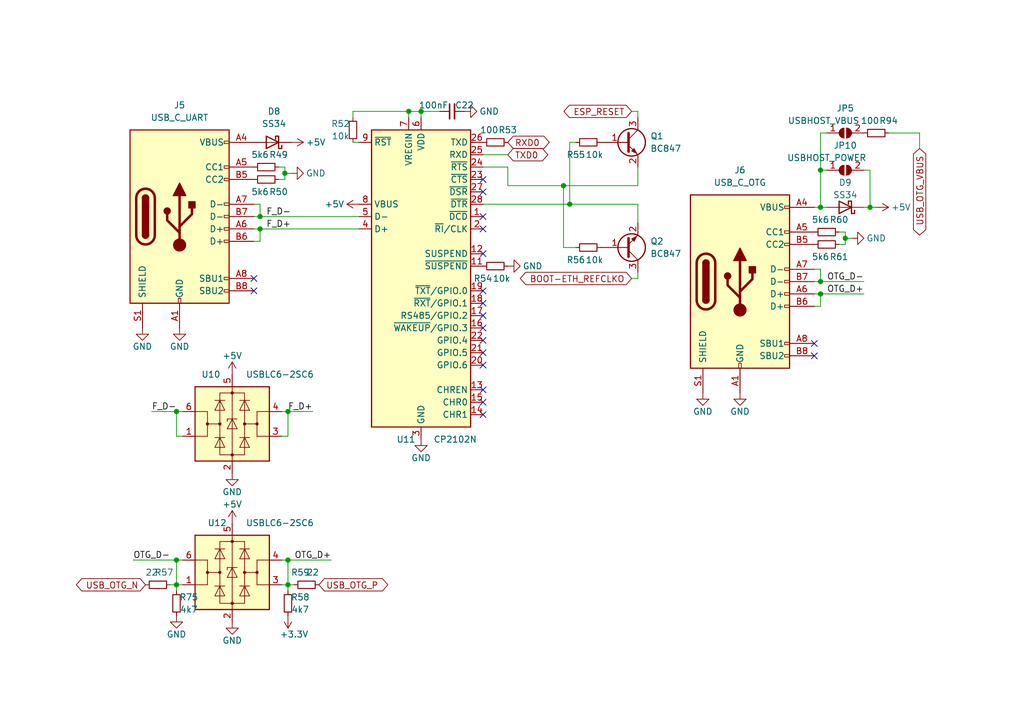
<source format=kicad_sch>
(kicad_sch (version 20211123) (generator eeschema)
  (paper "A5")
  (lib_symbols
    (symbol "Connector:USB_C_Receptacle_USB2.0" (pin_names (offset 1.016))
      (property "Reference" "J" (at -10.16 19.05 0))
      (property "Value" "USB_C_Receptacle_USB2.0" (at 19.05 19.05 0))
      (symbol "USB_C_Receptacle_USB2.0_0_0"
        (rectangle (start -0.254 -17.78) (end 0.254 -16.764))
        (rectangle (start 10.16 -14.986) (end 9.144 -15.494))
        (rectangle (start 10.16 -12.446) (end 9.144 -12.954))
        (rectangle (start 10.16 -4.826) (end 9.144 -5.334))
        (rectangle (start 10.16 -2.286) (end 9.144 -2.794))
        (rectangle (start 10.16 0.254) (end 9.144 -0.254))
        (rectangle (start 10.16 2.794) (end 9.144 2.286))
        (rectangle (start 10.16 7.874) (end 9.144 7.366))
        (rectangle (start 10.16 10.414) (end 9.144 9.906))
        (rectangle (start 10.16 15.494) (end 9.144 14.986))
      )
      (symbol "USB_C_Receptacle_USB2.0_0_1"
        (rectangle (start -10.16 17.78) (end 10.16 -17.78) (stroke (width 0.254)) (fill (type background)))
        (arc (start -8.89 -3.81) (mid -6.985 -5.715) (end -5.08 -3.81) (stroke (width 0.508)))
        (arc (start -7.62 -3.81) (mid -6.985 -4.445) (end -6.35 -3.81) (stroke (width 0.254)))
        (arc (start -7.62 -3.81) (mid -6.985 -4.445) (end -6.35 -3.81) (stroke (width 0.254)) (fill (type outline)))
        (rectangle (start -7.62 -3.81) (end -6.35 3.81) (stroke (width 0.254)) (fill (type outline)))
        (arc (start -6.35 3.81) (mid -6.985 4.445) (end -7.62 3.81) (stroke (width 0.254)))
        (arc (start -6.35 3.81) (mid -6.985 4.445) (end -7.62 3.81) (stroke (width 0.254)) (fill (type outline)))
        (arc (start -5.08 3.81) (mid -6.985 5.715) (end -8.89 3.81) (stroke (width 0.508)))
        (circle (center -2.54 1.143) (radius 0.635) (stroke (width 0.254)) (fill (type outline)))
        (circle (center 0 -5.842) (radius 1.27) (fill (type outline)))
        (polyline (pts (xy -8.89 -3.81) (xy -8.89 3.81)) (stroke (width 0.508)))
        (polyline (pts (xy -5.08 3.81) (xy -5.08 -3.81)) (stroke (width 0.508)))
        (polyline (pts (xy 0 -5.842) (xy 0 4.318)) (stroke (width 0.508)))
        (polyline (pts (xy 0 -3.302) (xy -2.54 -0.762) (xy -2.54 0.508)) (stroke (width 0.508)))
        (polyline (pts (xy 0 -2.032) (xy 2.54 0.508) (xy 2.54 1.778)) (stroke (width 0.508)))
        (polyline (pts (xy -1.27 4.318) (xy 0 6.858) (xy 1.27 4.318) (xy -1.27 4.318)) (stroke (width 0.254)) (fill (type outline)))
        (rectangle (start 1.905 1.778) (end 3.175 3.048) (stroke (width 0.254)) (fill (type outline)))
      )
      (symbol "USB_C_Receptacle_USB2.0_1_1"
        (pin passive line (at 0 -22.86 90) (length 5.08) (name "GND") (number "A1"))
        (pin passive line (at 0 -22.86 90) (length 5.08) hide (name "GND") (number "A12"))
        (pin passive line (at 15.24 15.24 180) (length 5.08) (name "VBUS") (number "A4"))
        (pin bidirectional line (at 15.24 10.16 180) (length 5.08) (name "CC1") (number "A5"))
        (pin bidirectional line (at 15.24 -2.54 180) (length 5.08) (name "D+") (number "A6"))
        (pin bidirectional line (at 15.24 2.54 180) (length 5.08) (name "D-") (number "A7"))
        (pin bidirectional line (at 15.24 -12.7 180) (length 5.08) (name "SBU1") (number "A8"))
        (pin passive line (at 15.24 15.24 180) (length 5.08) hide (name "VBUS") (number "A9"))
        (pin passive line (at 0 -22.86 90) (length 5.08) hide (name "GND") (number "B1"))
        (pin passive line (at 0 -22.86 90) (length 5.08) hide (name "GND") (number "B12"))
        (pin passive line (at 15.24 15.24 180) (length 5.08) hide (name "VBUS") (number "B4"))
        (pin bidirectional line (at 15.24 7.62 180) (length 5.08) (name "CC2") (number "B5"))
        (pin bidirectional line (at 15.24 -5.08 180) (length 5.08) (name "D+") (number "B6"))
        (pin bidirectional line (at 15.24 0 180) (length 5.08) (name "D-") (number "B7"))
        (pin bidirectional line (at 15.24 -15.24 180) (length 5.08) (name "SBU2") (number "B8"))
        (pin passive line (at 15.24 15.24 180) (length 5.08) hide (name "VBUS") (number "B9"))
        (pin passive line (at -7.62 -22.86 90) (length 5.08) (name "SHIELD") (number "S1"))
      )
    )
    (symbol "Device:C_Small" (pin_numbers hide) (pin_names (offset 0.254) hide)
      (property "Reference" "C" (at 0.254 1.778 0))
      (property "Value" "C_Small" (at 0.254 -2.032 0))
      (symbol "C_Small_0_1"
        (polyline (pts (xy -1.524 -0.508) (xy 1.524 -0.508)) (stroke (width 0.3302)))
        (polyline (pts (xy -1.524 0.508) (xy 1.524 0.508)) (stroke (width 0.3048)))
      )
      (symbol "C_Small_1_1"
        (pin passive line (at 0 2.54 270) (length 2.032) (name "~") (number "1"))
        (pin passive line (at 0 -2.54 90) (length 2.032) (name "~") (number "2"))
      )
    )
    (symbol "Device:R_Small" (pin_numbers hide) (pin_names (offset 0.254) hide)
      (property "Reference" "R" (at 0.762 0.508 0))
      (property "Value" "R_Small" (at 0.762 -1.016 0))
      (symbol "R_Small_0_1"
        (rectangle (start -0.762 1.778) (end 0.762 -1.778) (stroke (width 0.2032)))
      )
      (symbol "R_Small_1_1"
        (pin passive line (at 0 2.54 270) (length 0.762) (name "~") (number "1"))
        (pin passive line (at 0 -2.54 90) (length 0.762) (name "~") (number "2"))
      )
    )
    (symbol "Diode:CDBA340-HF" (pin_numbers hide) (pin_names hide)
      (property "Reference" "D" (at 0 2.54 0))
      (property "Value" "CDBA340-HF" (at 0 -2.54 0))
      (symbol "CDBA340-HF_0_1"
        (polyline (pts (xy 1.27 0) (xy -1.27 0)))
        (polyline (pts (xy 1.27 1.27) (xy 1.27 -1.27) (xy -1.27 0) (xy 1.27 1.27)) (stroke (width 0.254)))
        (polyline (pts (xy -1.905 0.635) (xy -1.905 1.27) (xy -1.27 1.27) (xy -1.27 -1.27) (xy -0.635 -1.27) (xy -0.635 -0.635)) (stroke (width 0.254)))
      )
      (symbol "CDBA340-HF_1_1"
        (pin passive line (at -3.81 0 0) (length 2.54) (name "K") (number "1"))
        (pin passive line (at 3.81 0 180) (length 2.54) (name "A") (number "2"))
      )
    )
    (symbol "Interface_USB:CP2102N-Axx-xQFN28"
      (property "Reference" "U" (at -8.89 31.75 0))
      (property "Value" "CP2102N-Axx-xQFN28" (at 12.7 31.75 0))
      (symbol "CP2102N-Axx-xQFN28_0_1"
        (rectangle (start -10.16 30.48) (end 10.16 -30.48) (stroke (width 0.254)) (fill (type background)))
      )
      (symbol "CP2102N-Axx-xQFN28_1_1"
        (pin input line (at 12.7 12.7 180) (length 2.54) (name "~{DCD}") (number "1"))
        (pin no_connect line (at -10.16 -27.94 0) (length 2.54) hide (name "NC") (number "10"))
        (pin output line (at 12.7 2.54 180) (length 2.54) (name "~{SUSPEND}") (number "11"))
        (pin output line (at 12.7 5.08 180) (length 2.54) (name "SUSPEND") (number "12"))
        (pin output line (at 12.7 -22.86 180) (length 2.54) (name "CHREN") (number "13"))
        (pin output line (at 12.7 -27.94 180) (length 2.54) (name "CHR1") (number "14"))
        (pin output line (at 12.7 -25.4 180) (length 2.54) (name "CHR0") (number "15"))
        (pin bidirectional line (at 12.7 -10.16 180) (length 2.54) (name "~{WAKEUP}/GPIO.3") (number "16"))
        (pin bidirectional line (at 12.7 -7.62 180) (length 2.54) (name "RS485/GPIO.2") (number "17"))
        (pin bidirectional line (at 12.7 -5.08 180) (length 2.54) (name "~{RXT}/GPIO.1") (number "18"))
        (pin bidirectional line (at 12.7 -2.54 180) (length 2.54) (name "~{TXT}/GPIO.0") (number "19"))
        (pin bidirectional line (at 12.7 10.16 180) (length 2.54) (name "~{RI}/CLK") (number "2"))
        (pin bidirectional line (at 12.7 -17.78 180) (length 2.54) (name "GPIO.6") (number "20"))
        (pin bidirectional line (at 12.7 -15.24 180) (length 2.54) (name "GPIO.5") (number "21"))
        (pin bidirectional line (at 12.7 -12.7 180) (length 2.54) (name "GPIO.4") (number "22"))
        (pin input line (at 12.7 20.32 180) (length 2.54) (name "~{CTS}") (number "23"))
        (pin output line (at 12.7 22.86 180) (length 2.54) (name "~{RTS}") (number "24"))
        (pin input line (at 12.7 25.4 180) (length 2.54) (name "RXD") (number "25"))
        (pin output line (at 12.7 27.94 180) (length 2.54) (name "TXD") (number "26"))
        (pin input line (at 12.7 17.78 180) (length 2.54) (name "~{DSR}") (number "27"))
        (pin output line (at 12.7 15.24 180) (length 2.54) (name "~{DTR}") (number "28"))
        (pin passive line (at 0 -33.02 90) (length 2.54) hide (name "GND") (number "29"))
        (pin power_in line (at 0 -33.02 90) (length 2.54) (name "GND") (number "3"))
        (pin bidirectional line (at -12.7 10.16 0) (length 2.54) (name "D+") (number "4"))
        (pin bidirectional line (at -12.7 12.7 0) (length 2.54) (name "D-") (number "5"))
        (pin power_in line (at 0 33.02 270) (length 2.54) (name "VDD") (number "6"))
        (pin power_in line (at -2.54 33.02 270) (length 2.54) (name "VREGIN") (number "7"))
        (pin input line (at -12.7 15.24 0) (length 2.54) (name "VBUS") (number "8"))
        (pin input line (at -12.7 27.94 0) (length 2.54) (name "~{RST}") (number "9"))
      )
    )
    (symbol "Jumper:SolderJumper_2_Open" (pin_names (offset 0) hide)
      (property "Reference" "JP" (at 0 2.032 0))
      (property "Value" "SolderJumper_2_Open" (at 0 -2.54 0))
      (symbol "SolderJumper_2_Open_0_1"
        (arc (start -0.254 1.016) (mid -1.27 0) (end -0.254 -1.016))
        (arc (start -0.254 1.016) (mid -1.27 0) (end -0.254 -1.016) (fill (type outline)))
        (polyline (pts (xy -0.254 1.016) (xy -0.254 -1.016)))
        (polyline (pts (xy 0.254 1.016) (xy 0.254 -1.016)))
        (arc (start 0.254 -1.016) (mid 1.27 0) (end 0.254 1.016))
        (arc (start 0.254 -1.016) (mid 1.27 0) (end 0.254 1.016) (fill (type outline)))
      )
      (symbol "SolderJumper_2_Open_1_1"
        (pin passive line (at -3.81 0 0) (length 2.54) (name "A") (number "1"))
        (pin passive line (at 3.81 0 180) (length 2.54) (name "B") (number "2"))
      )
    )
    (symbol "Power_Protection:USBLC6-2SC6" (pin_names hide)
      (property "Reference" "U" (at 2.54 8.89 0))
      (property "Value" "USBLC6-2SC6" (at 2.54 -8.89 0))
      (symbol "USBLC6-2SC6_0_1"
        (rectangle (start -7.62 -7.62) (end 7.62 7.62) (stroke (width 0.254)) (fill (type background)))
        (circle (center -5.08 0) (radius 0.254) (fill (type outline)))
        (circle (center -2.54 0) (radius 0.254) (fill (type outline)))
        (rectangle (start -2.54 6.35) (end 2.54 -6.35))
        (circle (center 0 -6.35) (radius 0.254) (fill (type outline)))
        (polyline (pts (xy -5.08 -2.54) (xy -7.62 -2.54)))
        (polyline (pts (xy -5.08 0) (xy -5.08 -2.54)))
        (polyline (pts (xy -5.08 2.54) (xy -7.62 2.54)))
        (polyline (pts (xy -1.524 -2.794) (xy -3.556 -2.794)))
        (polyline (pts (xy -1.524 4.826) (xy -3.556 4.826)))
        (polyline (pts (xy 0 -7.62) (xy 0 -6.35)))
        (polyline (pts (xy 0 -6.35) (xy 0 1.27)))
        (polyline (pts (xy 0 1.27) (xy 0 6.35)))
        (polyline (pts (xy 0 6.35) (xy 0 7.62)))
        (polyline (pts (xy 1.524 -2.794) (xy 3.556 -2.794)))
        (polyline (pts (xy 1.524 4.826) (xy 3.556 4.826)))
        (polyline (pts (xy 5.08 -2.54) (xy 7.62 -2.54)))
        (polyline (pts (xy 5.08 0) (xy 5.08 -2.54)))
        (polyline (pts (xy 5.08 2.54) (xy 7.62 2.54)))
        (polyline (pts (xy -2.54 0) (xy -5.08 0) (xy -5.08 2.54)))
        (polyline (pts (xy 2.54 0) (xy 5.08 0) (xy 5.08 2.54)))
        (polyline (pts (xy -3.556 -4.826) (xy -1.524 -4.826) (xy -2.54 -2.794) (xy -3.556 -4.826)))
        (polyline (pts (xy -3.556 2.794) (xy -1.524 2.794) (xy -2.54 4.826) (xy -3.556 2.794)))
        (polyline (pts (xy -1.016 -1.016) (xy 1.016 -1.016) (xy 0 1.016) (xy -1.016 -1.016)))
        (polyline (pts (xy 1.016 1.016) (xy 0.762 1.016) (xy -1.016 1.016) (xy -1.016 0.508)))
        (polyline (pts (xy 3.556 -4.826) (xy 1.524 -4.826) (xy 2.54 -2.794) (xy 3.556 -4.826)))
        (polyline (pts (xy 3.556 2.794) (xy 1.524 2.794) (xy 2.54 4.826) (xy 3.556 2.794)))
        (circle (center 0 6.35) (radius 0.254) (fill (type outline)))
        (circle (center 2.54 0) (radius 0.254) (fill (type outline)))
        (circle (center 5.08 0) (radius 0.254) (fill (type outline)))
      )
      (symbol "USBLC6-2SC6_1_1"
        (pin passive line (at -10.16 -2.54 0) (length 2.54) (name "I/O1") (number "1"))
        (pin passive line (at 0 -10.16 90) (length 2.54) (name "GND") (number "2"))
        (pin passive line (at 10.16 -2.54 180) (length 2.54) (name "I/O2") (number "3"))
        (pin passive line (at 10.16 2.54 180) (length 2.54) (name "I/O2") (number "4"))
        (pin passive line (at 0 10.16 270) (length 2.54) (name "VBUS") (number "5"))
        (pin passive line (at -10.16 2.54 0) (length 2.54) (name "I/O1") (number "6"))
      )
    )
    (symbol "Transistor_BJT:BC847" (pin_names (offset 0) hide)
      (property "Reference" "Q" (at 5.08 1.905 0))
      (property "Value" "BC847" (at 5.08 0 0))
      (symbol "BC847_0_1"
        (polyline (pts (xy 0.635 0.635) (xy 2.54 2.54)))
        (polyline (pts (xy 0.635 -0.635) (xy 2.54 -2.54) (xy 2.54 -2.54)))
        (polyline (pts (xy 0.635 1.905) (xy 0.635 -1.905) (xy 0.635 -1.905)) (stroke (width 0.508)))
        (polyline (pts (xy 1.27 -1.778) (xy 1.778 -1.27) (xy 2.286 -2.286) (xy 1.27 -1.778) (xy 1.27 -1.778)) (fill (type outline)))
        (circle (center 1.27 0) (radius 2.8194) (stroke (width 0.254)))
      )
      (symbol "BC847_1_1"
        (pin input line (at -5.08 0 0) (length 5.715) (name "B") (number "1"))
        (pin passive line (at 2.54 -5.08 90) (length 2.54) (name "E") (number "2"))
        (pin passive line (at 2.54 5.08 270) (length 2.54) (name "C") (number "3"))
      )
    )
    (symbol "power:+3.3V" (power) (pin_names (offset 0))
      (property "Value" "+3.3V" (at 0 3.556 0))
      (symbol "+3.3V_0_1"
        (polyline (pts (xy -0.762 1.27) (xy 0 2.54)))
        (polyline (pts (xy 0 0) (xy 0 2.54)))
        (polyline (pts (xy 0 2.54) (xy 0.762 1.27)))
      )
      (symbol "+3.3V_1_1"
        (pin power_in line (at 0 0 90) (length 0) hide (name "+3.3V") (number "1"))
      )
    )
    (symbol "power:+5V" (power) (pin_names (offset 0))
      (property "Value" "+5V" (at 0 3.556 0))
      (symbol "+5V_0_1"
        (polyline (pts (xy -0.762 1.27) (xy 0 2.54)))
        (polyline (pts (xy 0 0) (xy 0 2.54)))
        (polyline (pts (xy 0 2.54) (xy 0.762 1.27)))
      )
      (symbol "+5V_1_1"
        (pin power_in line (at 0 0 90) (length 0) hide (name "+5V") (number "1"))
      )
    )
    (symbol "power:GND" (power) (pin_names (offset 0))
      (property "Value" "GND" (at 0 -3.81 0))
      (symbol "GND_0_1"
        (polyline (pts (xy 0 0) (xy 0 -1.27) (xy 1.27 -1.27) (xy 0 -2.54) (xy -1.27 -1.27) (xy 0 -1.27)))
      )
      (symbol "GND_1_1"
        (pin power_in line (at 0 0 270) (length 0) hide (name "GND") (number "1"))
      )
    )
  )
  (junction (at 36.195 84.455))
  (junction (at 59.055 84.455))
  (junction (at 36.195 120.015))
  (junction (at 168.275 42.545))
  (junction (at 59.055 114.935))
  (junction (at 168.275 60.325))
  (junction (at 115.57 38.1))
  (junction (at 86.36 22.86))
  (junction (at 173.355 48.895))
  (junction (at 168.275 34.925))
  (junction (at 178.435 42.545))
  (junction (at 83.82 22.86))
  (junction (at 53.34 46.99))
  (junction (at 59.055 120.015))
  (junction (at 116.84 41.91))
  (junction (at 58.42 35.56))
  (junction (at 168.275 57.785))
  (junction (at 53.34 44.45))
  (junction (at 36.195 114.935))
  (no_connect (at 99.06 39.37))
  (no_connect (at 99.06 59.69))
  (no_connect (at 99.06 64.77))
  (no_connect (at 99.06 36.83))
  (no_connect (at 99.06 67.31))
  (no_connect (at 99.06 46.99))
  (no_connect (at 52.07 59.69))
  (no_connect (at 167.005 70.485))
  (no_connect (at 99.06 69.85))
  (no_connect (at 99.06 82.55))
  (no_connect (at 99.06 80.01))
  (no_connect (at 99.06 62.23))
  (no_connect (at 99.06 72.39))
  (no_connect (at 52.07 57.15))
  (no_connect (at 99.06 44.45))
  (no_connect (at 167.005 73.025))
  (no_connect (at 99.06 52.07))
  (no_connect (at 99.06 85.09))
  (no_connect (at 99.06 74.93))
  (wire (pts (xy 58.42 36.83) (xy 57.15 36.83)))
  (wire (pts (xy 188.595 27.305) (xy 188.595 30.48)))
  (wire (pts (xy 59.055 120.015) (xy 60.325 120.015)))
  (wire (pts (xy 53.34 41.91) (xy 53.34 44.45)))
  (wire (pts (xy 116.84 29.21) (xy 118.11 29.21)))
  (wire (pts (xy 130.81 41.91) (xy 116.84 41.91)))
  (wire (pts (xy 182.245 27.305) (xy 188.595 27.305)))
  (wire (pts (xy 179.705 42.545) (xy 178.435 42.545)))
  (wire (pts (xy 59.055 84.455) (xy 64.135 84.455)))
  (wire (pts (xy 167.005 55.245) (xy 168.275 55.245)))
  (wire (pts (xy 72.39 29.21) (xy 73.66 29.21)))
  (wire (pts (xy 72.39 22.86) (xy 83.82 22.86)))
  (wire (pts (xy 59.055 89.535) (xy 59.055 84.455)))
  (wire (pts (xy 99.06 34.29) (xy 104.14 34.29)))
  (wire (pts (xy 52.07 41.91) (xy 53.34 41.91)))
  (wire (pts (xy 53.34 44.45) (xy 73.66 44.45)))
  (wire (pts (xy 36.195 114.935) (xy 27.305 114.935)))
  (wire (pts (xy 172.085 47.625) (xy 173.355 47.625)))
  (wire (pts (xy 36.195 114.935) (xy 36.195 120.015)))
  (wire (pts (xy 169.545 42.545) (xy 168.275 42.545)))
  (wire (pts (xy 177.165 34.925) (xy 178.435 34.925)))
  (wire (pts (xy 37.465 114.935) (xy 36.195 114.935)))
  (wire (pts (xy 37.465 89.535) (xy 36.195 89.535)))
  (wire (pts (xy 104.14 34.29) (xy 104.14 38.1)))
  (wire (pts (xy 168.275 34.925) (xy 168.275 42.545)))
  (wire (pts (xy 86.36 22.86) (xy 86.36 24.13)))
  (wire (pts (xy 99.06 41.91) (xy 116.84 41.91)))
  (wire (pts (xy 168.275 27.305) (xy 168.275 34.925)))
  (wire (pts (xy 53.34 46.99) (xy 73.66 46.99)))
  (wire (pts (xy 59.055 121.285) (xy 59.055 120.015)))
  (wire (pts (xy 86.36 22.86) (xy 90.17 22.86)))
  (wire (pts (xy 116.84 41.91) (xy 116.84 29.21)))
  (wire (pts (xy 52.07 44.45) (xy 53.34 44.45)))
  (wire (pts (xy 130.81 45.72) (xy 130.81 41.91)))
  (wire (pts (xy 130.81 34.29) (xy 130.81 38.1)))
  (wire (pts (xy 57.785 114.935) (xy 59.055 114.935)))
  (wire (pts (xy 169.545 27.305) (xy 168.275 27.305)))
  (wire (pts (xy 130.81 22.86) (xy 130.81 24.13)))
  (wire (pts (xy 168.275 60.325) (xy 177.165 60.325)))
  (wire (pts (xy 130.81 57.15) (xy 129.54 57.15)))
  (wire (pts (xy 59.055 114.935) (xy 59.055 120.015)))
  (wire (pts (xy 53.34 49.53) (xy 53.34 46.99)))
  (wire (pts (xy 58.42 35.56) (xy 59.69 35.56)))
  (wire (pts (xy 130.81 38.1) (xy 115.57 38.1)))
  (wire (pts (xy 59.055 84.455) (xy 57.785 84.455)))
  (wire (pts (xy 167.005 62.865) (xy 168.275 62.865)))
  (wire (pts (xy 36.195 84.455) (xy 37.465 84.455)))
  (wire (pts (xy 34.925 120.015) (xy 36.195 120.015)))
  (wire (pts (xy 104.14 38.1) (xy 115.57 38.1)))
  (wire (pts (xy 72.39 24.13) (xy 72.39 22.86)))
  (wire (pts (xy 36.195 120.015) (xy 36.195 121.285)))
  (wire (pts (xy 59.055 114.935) (xy 67.945 114.935)))
  (wire (pts (xy 129.54 22.86) (xy 130.81 22.86)))
  (wire (pts (xy 58.42 35.56) (xy 58.42 36.83)))
  (wire (pts (xy 104.14 31.75) (xy 99.06 31.75)))
  (wire (pts (xy 173.355 47.625) (xy 173.355 48.895)))
  (wire (pts (xy 168.275 55.245) (xy 168.275 57.785)))
  (wire (pts (xy 169.545 34.925) (xy 168.275 34.925)))
  (wire (pts (xy 167.005 57.785) (xy 168.275 57.785)))
  (wire (pts (xy 36.195 89.535) (xy 36.195 84.455)))
  (wire (pts (xy 167.005 60.325) (xy 168.275 60.325)))
  (wire (pts (xy 57.785 89.535) (xy 59.055 89.535)))
  (wire (pts (xy 173.355 48.895) (xy 173.355 50.165)))
  (wire (pts (xy 130.81 55.88) (xy 130.81 57.15)))
  (wire (pts (xy 52.07 46.99) (xy 53.34 46.99)))
  (wire (pts (xy 83.82 22.86) (xy 86.36 22.86)))
  (wire (pts (xy 83.82 24.13) (xy 83.82 22.86)))
  (wire (pts (xy 52.07 49.53) (xy 53.34 49.53)))
  (wire (pts (xy 168.275 57.785) (xy 177.165 57.785)))
  (wire (pts (xy 168.275 42.545) (xy 167.005 42.545)))
  (wire (pts (xy 115.57 38.1) (xy 115.57 50.8)))
  (wire (pts (xy 178.435 34.925) (xy 178.435 42.545)))
  (wire (pts (xy 115.57 50.8) (xy 118.11 50.8)))
  (wire (pts (xy 57.15 34.29) (xy 58.42 34.29)))
  (wire (pts (xy 173.355 50.165) (xy 172.085 50.165)))
  (wire (pts (xy 168.275 62.865) (xy 168.275 60.325)))
  (wire (pts (xy 36.195 120.015) (xy 37.465 120.015)))
  (wire (pts (xy 58.42 34.29) (xy 58.42 35.56)))
  (wire (pts (xy 57.785 120.015) (xy 59.055 120.015)))
  (wire (pts (xy 173.355 48.895) (xy 174.625 48.895)))
  (wire (pts (xy 178.435 42.545) (xy 177.165 42.545)))
  (wire (pts (xy 31.115 84.455) (xy 36.195 84.455)))
  (label "OTG_D-" (at 27.305 114.935 0))
  (label "F_D+" (at 64.135 84.455 180))
  (label "OTG_D-" (at 177.165 57.785 180))
  (label "OTG_D+" (at 177.165 60.325 180))
  (label "F_D-" (at 59.69 44.45 180))
  (label "F_D-" (at 31.115 84.455 0))
  (label "F_D+" (at 59.69 46.99 180))
  (label "OTG_D+" (at 67.945 114.935 180))
  (global_label "RXD0" (shape bidirectional) (at 104.14 29.21 0) (property "Intersheet References" "${INTERSHEET_REFS}" (effects hide)))
  (global_label "USB_OTG_N" (shape bidirectional) (at 29.845 120.015 180) (property "Intersheet References" "${INTERSHEET_REFS}" (effects hide)))
  (global_label "USB_OTG_VBUS" (shape bidirectional) (at 188.595 30.48 270) (property "Intersheet References" "${INTERSHEET_REFS}" (effects hide)))
  (global_label "BOOT-ETH_REFCLKO" (shape bidirectional) (at 129.54 57.15 180) (property "Intersheet References" "${INTERSHEET_REFS}" (effects hide)))
  (global_label "ESP_RESET" (shape bidirectional) (at 129.54 22.86 180) (property "Intersheet References" "${INTERSHEET_REFS}" (effects hide)))
  (global_label "TXD0" (shape bidirectional) (at 104.14 31.75 0) (property "Intersheet References" "${INTERSHEET_REFS}" (effects hide)))
  (global_label "USB_OTG_P" (shape bidirectional) (at 65.405 120.015 0) (property "Intersheet References" "${INTERSHEET_REFS}" (effects hide)))
  (symbol (lib_id "Device:R_Small") (at 32.385 120.015 270) (mirror x) (unit 1)
    (property "Reference" "R57" (at 33.655 117.475 90))
    (property "Value" "22" (at 31.115 117.475 90))
    (property "Footprint" "Resistor_SMD:R_0603_1608Metric" (effects hide))
  )
  (symbol (lib_id "Device:R_Small") (at 72.39 26.67 0) (unit 1)
    (property "Reference" "R52" (at 69.85 25.4 0))
    (property "Value" "10k" (at 69.85 27.94 0))
    (property "Footprint" "Resistor_SMD:R_0603_1608Metric" (effects hide))
  )
  (symbol (lib_id "Device:R_Small") (at 169.545 47.625 270) (unit 1)
    (property "Reference" "R60" (at 172.085 45.085 90))
    (property "Value" "5k6" (at 168.275 45.085 90))
    (property "Footprint" "Resistor_SMD:R_0603_1608Metric" (effects hide))
  )
  (symbol (lib_id "power:GND") (at 47.625 97.155 0) (mirror y) (unit 1)
    (property "Reference" "#PWR087" (effects hide))
    (property "Value" "GND" (at 47.625 100.965 0))
  )
  (symbol (lib_id "Device:R_Small") (at 101.6 29.21 270) (unit 1)
    (property "Reference" "R53" (at 104.14 26.67 90))
    (property "Value" "100" (at 100.33 26.67 90))
    (property "Footprint" "Resistor_SMD:R_0603_1608Metric" (effects hide))
  )
  (symbol (lib_id "Jumper:SolderJumper_2_Open") (at 173.355 27.305 0) (unit 1)
    (property "Reference" "JP5" (at 173.355 22.225 0))
    (property "Value" "USBHOST_VBUS" (at 168.91 24.765 0))
    (property "Footprint" "Jumper:SolderJumper-2_P1.3mm_Open_RoundedPad1.0x1.5mm" (effects hide))
  )
  (symbol (lib_id "Device:R_Small") (at 54.61 34.29 270) (unit 1)
    (property "Reference" "R49" (at 57.15 31.75 90))
    (property "Value" "5k6" (at 53.34 31.75 90))
    (property "Footprint" "Resistor_SMD:R_0603_1608Metric" (effects hide))
  )
  (symbol (lib_id "power:+5V") (at 47.625 76.835 0) (unit 1)
    (property "Reference" "#PWR086" (effects hide))
    (property "Value" "+5V" (at 47.625 73.025 0))
  )
  (symbol (lib_id "Device:R_Small") (at 36.195 123.825 0) (mirror x) (unit 1)
    (property "Reference" "R75" (at 38.735 122.555 0))
    (property "Value" "4k7" (at 38.735 125.095 0))
    (property "Footprint" "Resistor_SMD:R_0603_1608Metric" (effects hide))
  )
  (symbol (lib_id "power:+5V") (at 59.69 29.21 270) (unit 1)
    (property "Reference" "#PWR088" (effects hide))
    (property "Value" "+5V" (at 64.77 29.21 90))
  )
  (symbol (lib_id "Jumper:SolderJumper_2_Open") (at 173.355 34.925 0) (unit 1)
    (property "Reference" "JP10" (at 173.355 29.845 0))
    (property "Value" "USBHOST_POWER" (at 169.545 32.385 0))
    (property "Footprint" "Jumper:SolderJumper-2_P1.3mm_Open_RoundedPad1.0x1.5mm" (effects hide))
  )
  (symbol (lib_id "Transistor_BJT:BC847") (at 128.27 50.8 0) (mirror x) (unit 1)
    (property "Reference" "Q2" (at 133.35 49.5299 0) (effects (justify left)))
    (property "Value" "BC847" (at 133.35 52.0699 0) (effects (justify left)))
    (property "Footprint" "Package_TO_SOT_SMD:SOT-23" (effects hide))
    (property "Datasheet" "http://www.infineon.com/dgdl/Infineon-BC847SERIES_BC848SERIES_BC849SERIES_BC850SERIES-DS-v01_01-en.pdf?fileId=db3a304314dca389011541d4630a1657" (effects hide))
  )
  (symbol (lib_id "Device:R_Small") (at 54.61 36.83 270) (mirror x) (unit 1)
    (property "Reference" "R50" (at 57.15 39.37 90))
    (property "Value" "5k6" (at 53.34 39.37 90))
    (property "Footprint" "Resistor_SMD:R_0603_1608Metric" (effects hide))
  )
  (symbol (lib_id "Connector:USB_C_Receptacle_USB2.0") (at 151.765 57.785 0) (unit 1)
    (property "Reference" "J6" (at 151.765 34.925 0))
    (property "Value" "USB_C_OTG" (at 151.765 37.465 0))
    (property "Footprint" "Connector_USB:USB_C_Receptacle_HRO_TYPE-C-31-M-12" (effects hide))
    (property "Datasheet" "https://www.usb.org/sites/default/files/documents/usb_type-c.zip" (effects hide))
  )
  (symbol (lib_id "power:GND") (at 104.14 54.61 90) (mirror x) (unit 1)
    (property "Reference" "#PWR093" (effects hide))
    (property "Value" "GND" (at 109.22 54.61 90))
  )
  (symbol (lib_id "power:GND") (at 36.83 67.31 0) (mirror y) (unit 1)
    (property "Reference" "#PWR085" (effects hide))
    (property "Value" "GND" (at 36.83 71.12 0))
  )
  (symbol (lib_id "Device:C_Small") (at 92.71 22.86 90) (unit 1)
    (property "Reference" "C22" (at 95.25 21.59 90))
    (property "Value" "100nF" (at 88.9 21.59 90))
    (property "Footprint" "Capacitor_SMD:C_0603_1608Metric" (effects hide))
  )
  (symbol (lib_id "power:GND") (at 144.145 80.645 0) (mirror y) (unit 1)
    (property "Reference" "#PWR094" (effects hide))
    (property "Value" "GND" (at 144.145 84.455 0))
  )
  (symbol (lib_id "Device:R_Small") (at 179.705 27.305 270) (unit 1)
    (property "Reference" "R94" (at 182.245 24.765 90))
    (property "Value" "100" (at 178.435 24.765 90))
    (property "Footprint" "Resistor_SMD:R_0603_1608Metric" (effects hide))
  )
  (symbol (lib_id "Device:R_Small") (at 101.6 54.61 90) (unit 1)
    (property "Reference" "R54" (at 99.06 57.15 90))
    (property "Value" "10k" (at 102.87 57.15 90))
    (property "Footprint" "Resistor_SMD:R_0603_1608Metric" (effects hide))
  )
  (symbol (lib_id "power:+3.3V") (at 59.055 126.365 0) (mirror x) (unit 1)
    (property "Reference" "#PWR098" (effects hide))
    (property "Value" "+3.3V" (at 60.325 130.175 0))
  )
  (symbol (lib_id "Connector:USB_C_Receptacle_USB2.0") (at 36.83 44.45 0) (unit 1)
    (property "Reference" "J5" (at 36.83 21.59 0))
    (property "Value" "USB_C_UART" (at 36.83 24.13 0))
    (property "Footprint" "Connector_USB:USB_C_Receptacle_HRO_TYPE-C-31-M-12" (effects hide))
    (property "Datasheet" "https://www.usb.org/sites/default/files/documents/usb_type-c.zip" (effects hide))
  )
  (symbol (lib_id "power:GND") (at 151.765 80.645 0) (mirror y) (unit 1)
    (property "Reference" "#PWR095" (effects hide))
    (property "Value" "GND" (at 151.765 84.455 0))
  )
  (symbol (lib_id "power:GND") (at 36.195 126.365 0) (mirror y) (unit 1)
    (property "Reference" "#PWR0144" (effects hide))
    (property "Value" "GND" (at 36.195 130.175 0))
  )
  (symbol (lib_id "Diode:CDBA340-HF") (at 173.355 42.545 180) (unit 1)
    (property "Reference" "D9" (at 173.355 37.465 0))
    (property "Value" "SS34" (at 173.355 40.005 0))
    (property "Footprint" "Diode_SMD:D_SMA" (effects hide))
    (property "Datasheet" "https://www.comchiptech.com/admin/files/product/CDBA340-HF%20Thru193640.%20CDBA3100-HF%20RevB.pdf" (effects hide))
  )
  (symbol (lib_id "Power_Protection:USBLC6-2SC6") (at 47.625 117.475 0) (unit 1)
    (property "Reference" "U12" (at 42.545 107.315 0) (effects (justify left)))
    (property "Value" "USBLC6-2SC6" (at 50.3937 107.315 0) (effects (justify left)))
    (property "Footprint" "Package_TO_SOT_SMD:SOT-23-6" (effects hide))
    (property "Datasheet" "https://www.st.com/resource/en/datasheet/usblc6-2.pdf" (effects hide))
  )
  (symbol (lib_id "power:GND") (at 86.36 90.17 0) (mirror y) (unit 1)
    (property "Reference" "#PWR091" (effects hide))
    (property "Value" "GND" (at 86.36 93.98 0))
  )
  (symbol (lib_id "power:+5V") (at 47.625 107.315 0) (unit 1)
    (property "Reference" "#PWR096" (effects hide))
    (property "Value" "+5V" (at 47.625 103.505 0))
  )
  (symbol (lib_id "power:+5V") (at 179.705 42.545 270) (unit 1)
    (property "Reference" "#PWR0100" (effects hide))
    (property "Value" "+5V" (at 184.785 42.545 90))
  )
  (symbol (lib_id "Device:R_Small") (at 169.545 50.165 270) (mirror x) (unit 1)
    (property "Reference" "R61" (at 172.085 52.705 90))
    (property "Value" "5k6" (at 168.275 52.705 90))
    (property "Footprint" "Resistor_SMD:R_0603_1608Metric" (effects hide))
  )
  (symbol (lib_id "Device:R_Small") (at 120.65 29.21 90) (unit 1)
    (property "Reference" "R55" (at 118.11 31.75 90))
    (property "Value" "10k" (at 121.92 31.75 90))
    (property "Footprint" "Resistor_SMD:R_0603_1608Metric" (effects hide))
  )
  (symbol (lib_id "Device:R_Small") (at 120.65 50.8 90) (unit 1)
    (property "Reference" "R56" (at 118.11 53.34 90))
    (property "Value" "10k" (at 121.92 53.34 90))
    (property "Footprint" "Resistor_SMD:R_0603_1608Metric" (effects hide))
  )
  (symbol (lib_id "power:GND") (at 95.25 22.86 90) (mirror x) (unit 1)
    (property "Reference" "#PWR092" (effects hide))
    (property "Value" "GND" (at 100.33 22.86 90))
  )
  (symbol (lib_id "Device:R_Small") (at 62.865 120.015 90) (unit 1)
    (property "Reference" "R59" (at 61.595 117.475 90))
    (property "Value" "22" (at 64.135 117.475 90))
    (property "Footprint" "Resistor_SMD:R_0603_1608Metric" (effects hide))
  )
  (symbol (lib_id "power:GND") (at 174.625 48.895 90) (mirror x) (unit 1)
    (property "Reference" "#PWR099" (effects hide))
    (property "Value" "GND" (at 179.705 48.895 90))
  )
  (symbol (lib_id "Device:R_Small") (at 59.055 123.825 0) (mirror x) (unit 1)
    (property "Reference" "R58" (at 61.595 122.555 0))
    (property "Value" "4k7" (at 61.595 125.095 0))
    (property "Footprint" "Resistor_SMD:R_0603_1608Metric" (effects hide))
  )
  (symbol (lib_id "power:GND") (at 47.625 127.635 0) (mirror y) (unit 1)
    (property "Reference" "#PWR097" (effects hide))
    (property "Value" "GND" (at 47.625 131.445 0))
  )
  (symbol (lib_id "Interface_USB:CP2102N-Axx-xQFN28") (at 86.36 57.15 0) (unit 1)
    (property "Reference" "U11" (at 81.28 90.17 0) (effects (justify left)))
    (property "Value" "CP2102N" (at 88.9 90.17 0) (effects (justify left)))
    (property "Footprint" "Package_DFN_QFN:QFN-28-1EP_5x5mm_P0.5mm_EP3.35x3.35mm" (effects hide))
    (property "Datasheet" "https://www.silabs.com/documents/public/data-sheets/cp2102n-datasheet.pdf" (effects hide))
  )
  (symbol (lib_id "Power_Protection:USBLC6-2SC6") (at 47.625 86.995 0) (unit 1)
    (property "Reference" "U10" (at 41.275 76.835 0) (effects (justify left)))
    (property "Value" "USBLC6-2SC6" (at 50.3937 76.835 0) (effects (justify left)))
    (property "Footprint" "Package_TO_SOT_SMD:SOT-23-6" (effects hide))
    (property "Datasheet" "https://www.st.com/resource/en/datasheet/usblc6-2.pdf" (effects hide))
  )
  (symbol (lib_id "Diode:CDBA340-HF") (at 55.88 29.21 180) (unit 1)
    (property "Reference" "D8" (at 56.1975 22.86 0))
    (property "Value" "SS34" (at 56.1975 25.4 0))
    (property "Footprint" "Diode_SMD:D_SMA" (effects hide))
    (property "Datasheet" "https://www.comchiptech.com/admin/files/product/CDBA340-HF%20Thru193640.%20CDBA3100-HF%20RevB.pdf" (effects hide))
  )
  (symbol (lib_id "Transistor_BJT:BC847") (at 128.27 29.21 0) (unit 1)
    (property "Reference" "Q1" (at 133.35 27.9399 0) (effects (justify left)))
    (property "Value" "BC847" (at 133.35 30.4799 0) (effects (justify left)))
    (property "Footprint" "Package_TO_SOT_SMD:SOT-23" (effects hide))
    (property "Datasheet" "http://www.infineon.com/dgdl/Infineon-BC847SERIES_BC848SERIES_BC849SERIES_BC850SERIES-DS-v01_01-en.pdf?fileId=db3a304314dca389011541d4630a1657" (effects hide))
  )
  (symbol (lib_id "power:GND") (at 59.69 35.56 90) (mirror x) (unit 1)
    (property "Reference" "#PWR089" (effects hide))
    (property "Value" "GND" (at 64.77 35.56 90))
  )
  (symbol (lib_id "power:+5V") (at 73.66 41.91 90) (unit 1)
    (property "Reference" "#PWR090" (effects hide))
    (property "Value" "+5V" (at 68.58 41.91 90))
  )
  (symbol (lib_id "power:GND") (at 29.21 67.31 0) (mirror y) (unit 1)
    (property "Reference" "#PWR084" (effects hide))
    (property "Value" "GND" (at 29.21 71.12 0))
  )
)
</source>
